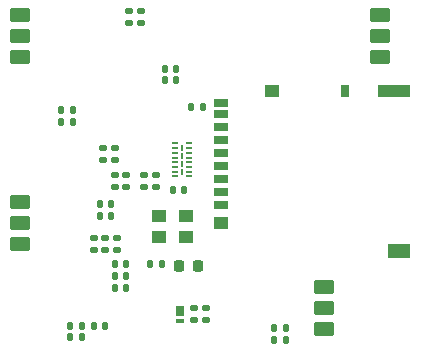
<source format=gbr>
%TF.GenerationSoftware,KiCad,Pcbnew,9.0.1*%
%TF.CreationDate,2025-05-02T13:40:16-04:00*%
%TF.ProjectId,Control Board V2,436f6e74-726f-46c2-9042-6f6172642056,rev?*%
%TF.SameCoordinates,Original*%
%TF.FileFunction,Paste,Bot*%
%TF.FilePolarity,Positive*%
%FSLAX46Y46*%
G04 Gerber Fmt 4.6, Leading zero omitted, Abs format (unit mm)*
G04 Created by KiCad (PCBNEW 9.0.1) date 2025-05-02 13:40:16*
%MOMM*%
%LPD*%
G01*
G04 APERTURE LIST*
G04 Aperture macros list*
%AMRoundRect*
0 Rectangle with rounded corners*
0 $1 Rounding radius*
0 $2 $3 $4 $5 $6 $7 $8 $9 X,Y pos of 4 corners*
0 Add a 4 corners polygon primitive as box body*
4,1,4,$2,$3,$4,$5,$6,$7,$8,$9,$2,$3,0*
0 Add four circle primitives for the rounded corners*
1,1,$1+$1,$2,$3*
1,1,$1+$1,$4,$5*
1,1,$1+$1,$6,$7*
1,1,$1+$1,$8,$9*
0 Add four rect primitives between the rounded corners*
20,1,$1+$1,$2,$3,$4,$5,0*
20,1,$1+$1,$4,$5,$6,$7,0*
20,1,$1+$1,$6,$7,$8,$9,0*
20,1,$1+$1,$8,$9,$2,$3,0*%
G04 Aperture macros list end*
%ADD10RoundRect,0.140000X0.140000X0.170000X-0.140000X0.170000X-0.140000X-0.170000X0.140000X-0.170000X0*%
%ADD11RoundRect,0.200000X-0.650000X-0.400000X0.650000X-0.400000X0.650000X0.400000X-0.650000X0.400000X0*%
%ADD12RoundRect,0.135000X0.185000X-0.135000X0.185000X0.135000X-0.185000X0.135000X-0.185000X-0.135000X0*%
%ADD13RoundRect,0.140000X-0.140000X-0.170000X0.140000X-0.170000X0.140000X0.170000X-0.140000X0.170000X0*%
%ADD14RoundRect,0.050000X-0.200000X0.050000X-0.200000X-0.050000X0.200000X-0.050000X0.200000X0.050000X0*%
%ADD15R,0.280000X0.490000*%
%ADD16RoundRect,0.135000X-0.135000X-0.185000X0.135000X-0.185000X0.135000X0.185000X-0.135000X0.185000X0*%
%ADD17R,1.300000X1.100000*%
%ADD18RoundRect,0.140000X0.170000X-0.140000X0.170000X0.140000X-0.170000X0.140000X-0.170000X-0.140000X0*%
%ADD19RoundRect,0.140000X-0.170000X0.140000X-0.170000X-0.140000X0.170000X-0.140000X0.170000X0.140000X0*%
%ADD20RoundRect,0.135000X-0.185000X0.135000X-0.185000X-0.135000X0.185000X-0.135000X0.185000X0.135000X0*%
%ADD21RoundRect,0.135000X0.135000X0.185000X-0.135000X0.185000X-0.135000X-0.185000X0.135000X-0.185000X0*%
%ADD22RoundRect,0.075000X-0.275000X0.390000X-0.275000X-0.390000X0.275000X-0.390000X0.275000X0.390000X0*%
%ADD23RoundRect,0.075000X-0.275000X0.075000X-0.275000X-0.075000X0.275000X-0.075000X0.275000X0.075000X0*%
%ADD24R,1.200000X0.700000*%
%ADD25R,0.800000X1.000000*%
%ADD26R,2.800000X1.000000*%
%ADD27R,1.200000X1.000000*%
%ADD28R,1.900000X1.300000*%
%ADD29RoundRect,0.218750X-0.218750X-0.256250X0.218750X-0.256250X0.218750X0.256250X-0.218750X0.256250X0*%
G04 APERTURE END LIST*
D10*
%TO.C,C11*%
X73660000Y-117000000D03*
X72700000Y-117000000D03*
%TD*%
D11*
%TO.C,J30*%
X59750000Y-121556000D03*
X59750000Y-119778000D03*
X59750000Y-118000000D03*
%TD*%
D12*
%TO.C,R2*%
X67940000Y-122110000D03*
X67940000Y-121090000D03*
%TD*%
D13*
%TO.C,C2*%
X67790000Y-124280000D03*
X68750000Y-124280000D03*
%TD*%
D11*
%TO.C,J32*%
X59750000Y-105778000D03*
X59750000Y-104000000D03*
X59750000Y-102222000D03*
%TD*%
D14*
%TO.C,U5*%
X74090000Y-113080000D03*
X74090000Y-113480000D03*
X74090000Y-113880000D03*
X74090000Y-114280000D03*
X74090000Y-114680000D03*
X74090000Y-115080000D03*
X74090000Y-115480000D03*
X74090000Y-115880000D03*
X72840000Y-115880000D03*
X72840000Y-115480000D03*
X72840000Y-115080000D03*
X72840000Y-114680000D03*
X72840000Y-114280000D03*
X72840000Y-113880000D03*
X72840000Y-113480000D03*
X72840000Y-113080000D03*
D15*
X73465000Y-115530000D03*
X73465000Y-114830000D03*
X73465000Y-114130000D03*
X73465000Y-113430000D03*
%TD*%
D16*
%TO.C,R18*%
X63240000Y-110250000D03*
X64260000Y-110250000D03*
%TD*%
D13*
%TO.C,C30*%
X81270000Y-129720000D03*
X82230000Y-129720000D03*
%TD*%
D10*
%TO.C,C1*%
X66980000Y-128500000D03*
X66020000Y-128500000D03*
%TD*%
D17*
%TO.C,Y2*%
X71500000Y-119200000D03*
X73800000Y-119200000D03*
X73800000Y-121000000D03*
X71500000Y-121000000D03*
%TD*%
D18*
%TO.C,C33*%
X67750000Y-114460000D03*
X67750000Y-113500000D03*
%TD*%
D19*
%TO.C,C25*%
X68750000Y-115770000D03*
X68750000Y-116730000D03*
%TD*%
D20*
%TO.C,R9*%
X75500000Y-126990000D03*
X75500000Y-128010000D03*
%TD*%
D10*
%TO.C,C6*%
X71730000Y-123250000D03*
X70770000Y-123250000D03*
%TD*%
D21*
%TO.C,R7*%
X75260000Y-110000000D03*
X74240000Y-110000000D03*
%TD*%
D13*
%TO.C,C5*%
X67790000Y-123250000D03*
X68750000Y-123250000D03*
%TD*%
D11*
%TO.C,J31*%
X85500000Y-128778000D03*
X85500000Y-127000000D03*
X85500000Y-125222000D03*
%TD*%
D13*
%TO.C,C8*%
X66520000Y-119250000D03*
X67480000Y-119250000D03*
%TD*%
D18*
%TO.C,C35*%
X66940000Y-122080000D03*
X66940000Y-121120000D03*
%TD*%
D16*
%TO.C,R19*%
X63240000Y-111250000D03*
X64260000Y-111250000D03*
%TD*%
D11*
%TO.C,J33*%
X90250000Y-105806000D03*
X90250000Y-104028000D03*
X90250000Y-102250000D03*
%TD*%
D18*
%TO.C,C16*%
X70250000Y-116750000D03*
X70250000Y-115790000D03*
%TD*%
D22*
%TO.C,D5*%
X73250000Y-127250000D03*
D23*
X73250000Y-128135000D03*
%TD*%
D13*
%TO.C,C7*%
X67790000Y-125310000D03*
X68750000Y-125310000D03*
%TD*%
D12*
%TO.C,R22*%
X66750000Y-114510000D03*
X66750000Y-113490000D03*
%TD*%
D20*
%TO.C,R21*%
X69000000Y-101890000D03*
X69000000Y-102910000D03*
%TD*%
D10*
%TO.C,C3*%
X64980000Y-128500000D03*
X64020000Y-128500000D03*
%TD*%
%TO.C,C4*%
X64980000Y-129500000D03*
X64020000Y-129500000D03*
%TD*%
D13*
%TO.C,C31*%
X81270000Y-128750000D03*
X82230000Y-128750000D03*
%TD*%
%TO.C,C23*%
X72020000Y-106750000D03*
X72980000Y-106750000D03*
%TD*%
D24*
%TO.C,J2*%
X76775000Y-118275000D03*
X76775000Y-117175000D03*
X76775000Y-116075000D03*
X76775000Y-114975000D03*
X76775000Y-113875000D03*
X76775000Y-112775000D03*
X76775000Y-111675000D03*
X76775000Y-110575000D03*
X76775000Y-109625000D03*
D25*
X87275000Y-108675000D03*
D26*
X91425000Y-108675000D03*
D27*
X81075000Y-108675000D03*
X76775000Y-119825000D03*
D28*
X91875000Y-122175000D03*
%TD*%
D20*
%TO.C,R20*%
X70000000Y-101890000D03*
X70000000Y-102910000D03*
%TD*%
D18*
%TO.C,C17*%
X71250000Y-116730000D03*
X71250000Y-115770000D03*
%TD*%
D13*
%TO.C,C22*%
X72020000Y-107750000D03*
X72980000Y-107750000D03*
%TD*%
D29*
%TO.C,FB1*%
X73212500Y-123500000D03*
X74787500Y-123500000D03*
%TD*%
D18*
%TO.C,C36*%
X66000000Y-122080000D03*
X66000000Y-121120000D03*
%TD*%
D13*
%TO.C,C9*%
X66520000Y-118250000D03*
X67480000Y-118250000D03*
%TD*%
D19*
%TO.C,C24*%
X67750000Y-115770000D03*
X67750000Y-116730000D03*
%TD*%
D20*
%TO.C,R8*%
X74500000Y-126990000D03*
X74500000Y-128010000D03*
%TD*%
M02*

</source>
